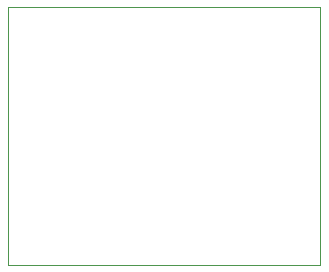
<source format=gm1>
%TF.GenerationSoftware,KiCad,Pcbnew,(6.0.11-0)*%
%TF.CreationDate,2023-09-03T14:24:23+02:00*%
%TF.ProjectId,Endstop_Levelshifter,456e6473-746f-4705-9f4c-6576656c7368,0.1*%
%TF.SameCoordinates,Original*%
%TF.FileFunction,Profile,NP*%
%FSLAX46Y46*%
G04 Gerber Fmt 4.6, Leading zero omitted, Abs format (unit mm)*
G04 Created by KiCad (PCBNEW (6.0.11-0)) date 2023-09-03 14:24:23*
%MOMM*%
%LPD*%
G01*
G04 APERTURE LIST*
%TA.AperFunction,Profile*%
%ADD10C,0.100000*%
%TD*%
G04 APERTURE END LIST*
D10*
X87376000Y-69342000D02*
X113792000Y-69342000D01*
X113792000Y-69342000D02*
X113792000Y-91186000D01*
X113792000Y-91186000D02*
X87376000Y-91186000D01*
X87376000Y-91186000D02*
X87376000Y-69342000D01*
M02*

</source>
